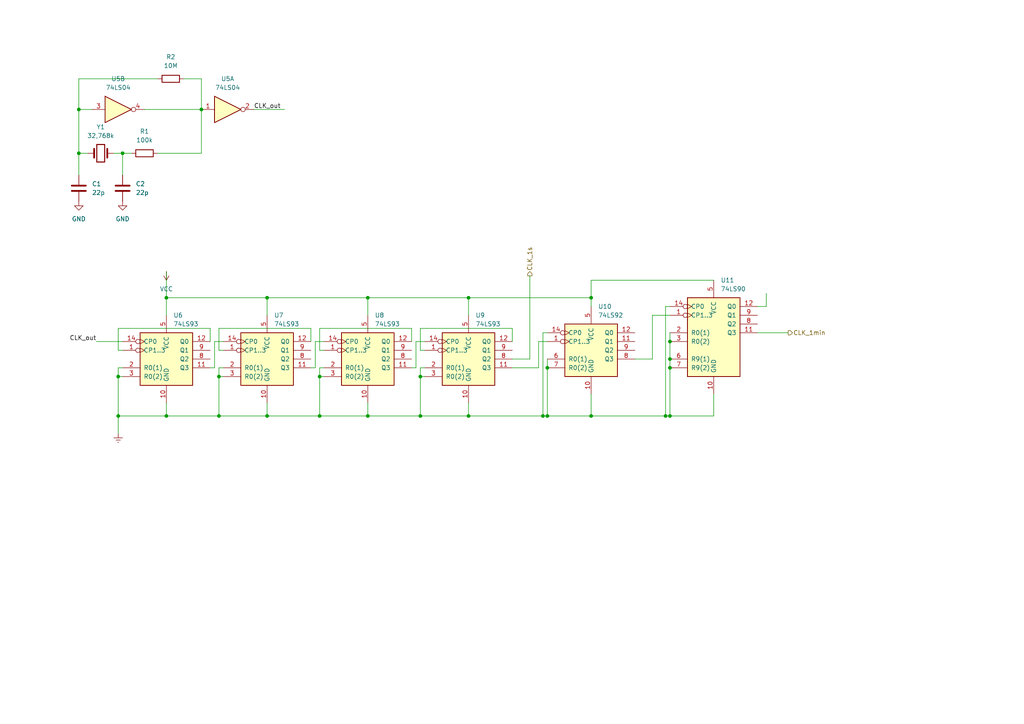
<source format=kicad_sch>
(kicad_sch (version 20211123) (generator eeschema)
  (paper "A4")
  (lib_symbols
    (symbol "74xx:74LS04"
      (property "Reference" "U" (at 0 1.27 0))
      (property "Value" "74LS04" (at 0 -1.27 0))
      (symbol "74LS04_1_0"
        (polyline (pts (xy -3.81 3.81) (xy -3.81 -3.81) (xy 3.81 0) (xy -3.81 3.81)) (stroke (width 0.254)) (fill (type background)))
        (pin input line (at -7.62 0 0) (length 3.81) (name "~") (number "1"))
        (pin output inverted (at 7.62 0 180) (length 3.81) (name "~") (number "2"))
      )
      (symbol "74LS04_2_0"
        (polyline (pts (xy -3.81 3.81) (xy -3.81 -3.81) (xy 3.81 0) (xy -3.81 3.81)) (stroke (width 0.254)) (fill (type background)))
        (pin input line (at -7.62 0 0) (length 3.81) (name "~") (number "3"))
        (pin output inverted (at 7.62 0 180) (length 3.81) (name "~") (number "4"))
      )
      (symbol "74LS04_3_0"
        (polyline (pts (xy -3.81 3.81) (xy -3.81 -3.81) (xy 3.81 0) (xy -3.81 3.81)) (stroke (width 0.254)) (fill (type background)))
        (pin input line (at -7.62 0 0) (length 3.81) (name "~") (number "5"))
        (pin output inverted (at 7.62 0 180) (length 3.81) (name "~") (number "6"))
      )
      (symbol "74LS04_4_0"
        (polyline (pts (xy -3.81 3.81) (xy -3.81 -3.81) (xy 3.81 0) (xy -3.81 3.81)) (stroke (width 0.254)) (fill (type background)))
        (pin output inverted (at 7.62 0 180) (length 3.81) (name "~") (number "8"))
        (pin input line (at -7.62 0 0) (length 3.81) (name "~") (number "9"))
      )
      (symbol "74LS04_5_0"
        (polyline (pts (xy -3.81 3.81) (xy -3.81 -3.81) (xy 3.81 0) (xy -3.81 3.81)) (stroke (width 0.254)) (fill (type background)))
        (pin output inverted (at 7.62 0 180) (length 3.81) (name "~") (number "10"))
        (pin input line (at -7.62 0 0) (length 3.81) (name "~") (number "11"))
      )
      (symbol "74LS04_6_0"
        (polyline (pts (xy -3.81 3.81) (xy -3.81 -3.81) (xy 3.81 0) (xy -3.81 3.81)) (stroke (width 0.254)) (fill (type background)))
        (pin output inverted (at 7.62 0 180) (length 3.81) (name "~") (number "12"))
        (pin input line (at -7.62 0 0) (length 3.81) (name "~") (number "13"))
      )
      (symbol "74LS04_7_0"
        (pin power_in line (at 0 12.7 270) (length 5.08) (name "VCC") (number "14"))
        (pin power_in line (at 0 -12.7 90) (length 5.08) (name "GND") (number "7"))
      )
      (symbol "74LS04_7_1"
        (rectangle (start -5.08 7.62) (end 5.08 -7.62) (stroke (width 0.254)) (fill (type background)))
      )
    )
    (symbol "74xx:74LS90" (pin_names (offset 1.016))
      (property "Reference" "U" (at -7.62 11.43 0))
      (property "Value" "74LS90" (at -7.62 -13.97 0))
      (symbol "74LS90_1_0"
        (pin input inverted_clock (at -12.7 5.08 0) (length 5.08) (name "CP1..3") (number "1"))
        (pin power_in line (at 0 -17.78 90) (length 5.08) (name "GND") (number "10"))
        (pin output line (at 12.7 0 180) (length 5.08) (name "Q3") (number "11"))
        (pin output line (at 12.7 7.62 180) (length 5.08) (name "Q0") (number "12"))
        (pin input inverted_clock (at -12.7 7.62 0) (length 5.08) (name "CP0") (number "14"))
        (pin input line (at -12.7 0 0) (length 5.08) (name "R0(1)") (number "2"))
        (pin input line (at -12.7 -2.54 0) (length 5.08) (name "R0(2)") (number "3"))
        (pin power_in line (at 0 15.24 270) (length 5.08) (name "VCC") (number "5"))
        (pin input line (at -12.7 -7.62 0) (length 5.08) (name "R9(1)") (number "6"))
        (pin input line (at -12.7 -10.16 0) (length 5.08) (name "R9(2)") (number "7"))
        (pin output line (at 12.7 2.54 180) (length 5.08) (name "Q2") (number "8"))
        (pin output line (at 12.7 5.08 180) (length 5.08) (name "Q1") (number "9"))
      )
      (symbol "74LS90_1_1"
        (rectangle (start -7.62 10.16) (end 7.62 -12.7) (stroke (width 0.254)) (fill (type background)))
      )
    )
    (symbol "74xx:74LS92" (pin_names (offset 1.016))
      (property "Reference" "U" (at -7.62 8.89 0))
      (property "Value" "74LS92" (at -7.62 -8.89 0))
      (symbol "74LS92_1_0"
        (pin input inverted_clock (at -12.7 2.54 0) (length 5.08) (name "CP1..3") (number "1"))
        (pin power_in line (at 0 -12.7 90) (length 5.08) (name "GND") (number "10"))
        (pin output line (at 12.7 2.54 180) (length 5.08) (name "Q1") (number "11"))
        (pin output line (at 12.7 5.08 180) (length 5.08) (name "Q0") (number "12"))
        (pin input inverted_clock (at -12.7 5.08 0) (length 5.08) (name "CP0") (number "14"))
        (pin power_in line (at 0 12.7 270) (length 5.08) (name "VCC") (number "5"))
        (pin input line (at -12.7 -2.54 0) (length 5.08) (name "R0(1)") (number "6"))
        (pin input line (at -12.7 -5.08 0) (length 5.08) (name "R0(2)") (number "7"))
        (pin output line (at 12.7 -2.54 180) (length 5.08) (name "Q3") (number "8"))
        (pin output line (at 12.7 0 180) (length 5.08) (name "Q2") (number "9"))
      )
      (symbol "74LS92_1_1"
        (rectangle (start -7.62 7.62) (end 7.62 -7.62) (stroke (width 0.254)) (fill (type background)))
      )
    )
    (symbol "74xx:74LS93" (pin_names (offset 1.016))
      (property "Reference" "U" (at -7.62 8.89 0))
      (property "Value" "74LS93" (at -7.62 -8.89 0))
      (symbol "74LS93_1_0"
        (pin input inverted_clock (at -12.7 2.54 0) (length 5.08) (name "CP1..3") (number "1"))
        (pin power_in line (at 0 -12.7 90) (length 5.08) (name "GND") (number "10"))
        (pin output line (at 12.7 -2.54 180) (length 5.08) (name "Q3") (number "11"))
        (pin output line (at 12.7 5.08 180) (length 5.08) (name "Q0") (number "12"))
        (pin input inverted_clock (at -12.7 5.08 0) (length 5.08) (name "CP0") (number "14"))
        (pin input line (at -12.7 -2.54 0) (length 5.08) (name "R0(1)") (number "2"))
        (pin input line (at -12.7 -5.08 0) (length 5.08) (name "R0(2)") (number "3"))
        (pin power_in line (at 0 12.7 270) (length 5.08) (name "VCC") (number "5"))
        (pin output line (at 12.7 0 180) (length 5.08) (name "Q2") (number "8"))
        (pin output line (at 12.7 2.54 180) (length 5.08) (name "Q1") (number "9"))
      )
      (symbol "74LS93_1_1"
        (rectangle (start -7.62 7.62) (end 7.62 -7.62) (stroke (width 0.254)) (fill (type background)))
      )
    )
    (symbol "Device:C" (pin_numbers hide) (pin_names (offset 0.254))
      (property "Reference" "C" (at 0.635 2.54 0))
      (property "Value" "C" (at 0.635 -2.54 0))
      (symbol "C_0_1"
        (polyline (pts (xy -2.032 -0.762) (xy 2.032 -0.762)) (stroke (width 0.508)))
        (polyline (pts (xy -2.032 0.762) (xy 2.032 0.762)) (stroke (width 0.508)))
      )
      (symbol "C_1_1"
        (pin passive line (at 0 3.81 270) (length 2.794) (name "~") (number "1"))
        (pin passive line (at 0 -3.81 90) (length 2.794) (name "~") (number "2"))
      )
    )
    (symbol "Device:Crystal" (pin_numbers hide) (pin_names (offset 1.016) hide)
      (property "Reference" "Y" (at 0 3.81 0))
      (property "Value" "Crystal" (at 0 -3.81 0))
      (symbol "Crystal_0_1"
        (rectangle (start -1.143 2.54) (end 1.143 -2.54) (stroke (width 0.3048)))
        (polyline (pts (xy -2.54 0) (xy -1.905 0)))
        (polyline (pts (xy -1.905 -1.27) (xy -1.905 1.27)) (stroke (width 0.508)))
        (polyline (pts (xy 1.905 -1.27) (xy 1.905 1.27)) (stroke (width 0.508)))
        (polyline (pts (xy 2.54 0) (xy 1.905 0)))
      )
      (symbol "Crystal_1_1"
        (pin passive line (at -3.81 0 0) (length 1.27) (name "1") (number "1"))
        (pin passive line (at 3.81 0 180) (length 1.27) (name "2") (number "2"))
      )
    )
    (symbol "Device:R" (pin_numbers hide) (pin_names (offset 0))
      (property "Reference" "R" (at 2.032 0 90))
      (property "Value" "R" (at 0 0 90))
      (symbol "R_0_1"
        (rectangle (start -1.016 -2.54) (end 1.016 2.54) (stroke (width 0.254)))
      )
      (symbol "R_1_1"
        (pin passive line (at 0 3.81 270) (length 1.27) (name "~") (number "1"))
        (pin passive line (at 0 -3.81 90) (length 1.27) (name "~") (number "2"))
      )
    )
    (symbol "power:Earth" (power) (pin_names (offset 0))
      (symbol "Earth_0_1"
        (polyline (pts (xy -0.635 -1.905) (xy 0.635 -1.905)))
        (polyline (pts (xy -0.127 -2.54) (xy 0.127 -2.54)))
        (polyline (pts (xy 0 -1.27) (xy 0 0)))
        (polyline (pts (xy 1.27 -1.27) (xy -1.27 -1.27)))
      )
      (symbol "Earth_1_1"
        (pin power_in line (at 0 0 270) (length 0) hide (name "Earth") (number "1"))
      )
    )
    (symbol "power:GND" (power) (pin_names (offset 0))
      (property "Value" "GND" (at 0 -3.81 0))
      (symbol "GND_0_1"
        (polyline (pts (xy 0 0) (xy 0 -1.27) (xy 1.27 -1.27) (xy 0 -2.54) (xy -1.27 -1.27) (xy 0 -1.27)))
      )
      (symbol "GND_1_1"
        (pin power_in line (at 0 0 270) (length 0) hide (name "GND") (number "1"))
      )
    )
    (symbol "power:VCC" (power) (pin_names (offset 0))
      (property "Value" "VCC" (at 0 3.81 0))
      (symbol "VCC_0_1"
        (polyline (pts (xy -0.762 1.27) (xy 0 2.54)))
        (polyline (pts (xy 0 0) (xy 0 2.54)))
        (polyline (pts (xy 0 2.54) (xy 0.762 1.27)))
      )
      (symbol "VCC_1_1"
        (pin power_in line (at 0 0 90) (length 0) hide (name "VCC") (number "1"))
      )
    )
  )
  (junction (at 106.68 86.36))
  (junction (at 63.5 109.22))
  (junction (at 22.86 44.45))
  (junction (at 34.29 109.22))
  (junction (at 158.75 106.68))
  (junction (at 77.47 120.65))
  (junction (at 48.26 120.65))
  (junction (at 35.56 44.45))
  (junction (at 193.04 120.65))
  (junction (at 194.31 106.68))
  (junction (at 158.75 120.65))
  (junction (at 92.71 120.65))
  (junction (at 135.89 120.65))
  (junction (at 157.48 120.65))
  (junction (at 171.45 86.36))
  (junction (at 121.92 120.65))
  (junction (at 106.68 120.65))
  (junction (at 121.92 109.22))
  (junction (at 48.26 86.36))
  (junction (at 135.89 86.36))
  (junction (at 92.71 109.22))
  (junction (at 34.29 120.65))
  (junction (at 194.31 99.06))
  (junction (at 58.42 31.75))
  (junction (at 194.31 104.14))
  (junction (at 63.5 120.65))
  (junction (at 22.86 31.75))
  (junction (at 77.47 86.36))
  (junction (at 171.45 120.65))
  (junction (at 194.31 120.65))
  (wire (pts (xy 121.92 101.6) (xy 123.19 101.6)))
  (wire (pts (xy 121.92 120.65) (xy 135.89 120.65)))
  (wire (pts (xy 41.91 31.75) (xy 58.42 31.75)))
  (wire (pts (xy 34.29 106.68) (xy 34.29 109.22)))
  (wire (pts (xy 63.5 101.6) (xy 64.77 101.6)))
  (wire (pts (xy 92.71 106.68) (xy 92.71 109.22)))
  (wire (pts (xy 45.72 44.45) (xy 58.42 44.45)))
  (wire (pts (xy 153.67 80.01) (xy 153.67 104.14)))
  (wire (pts (xy 93.98 109.22) (xy 92.71 109.22)))
  (wire (pts (xy 158.75 104.14) (xy 158.75 106.68)))
  (wire (pts (xy 106.68 116.84) (xy 106.68 120.65)))
  (wire (pts (xy 90.17 99.06) (xy 90.17 95.25)))
  (wire (pts (xy 194.31 106.68) (xy 194.31 120.65)))
  (wire (pts (xy 106.68 91.44) (xy 106.68 86.36)))
  (wire (pts (xy 91.44 106.68) (xy 91.44 99.06)))
  (wire (pts (xy 92.71 120.65) (xy 77.47 120.65)))
  (wire (pts (xy 48.26 116.84) (xy 48.26 120.65)))
  (wire (pts (xy 158.75 106.68) (xy 158.75 120.65)))
  (wire (pts (xy 119.38 99.06) (xy 119.38 95.25)))
  (wire (pts (xy 34.29 125.73) (xy 34.29 120.65)))
  (wire (pts (xy 62.23 106.68) (xy 62.23 99.06)))
  (wire (pts (xy 121.92 109.22) (xy 121.92 120.65)))
  (wire (pts (xy 64.77 106.68) (xy 63.5 106.68)))
  (wire (pts (xy 171.45 120.65) (xy 193.04 120.65)))
  (wire (pts (xy 207.01 114.3) (xy 207.01 120.65)))
  (wire (pts (xy 171.45 86.36) (xy 135.89 86.36)))
  (wire (pts (xy 171.45 114.3) (xy 171.45 120.65)))
  (wire (pts (xy 135.89 86.36) (xy 106.68 86.36)))
  (wire (pts (xy 35.56 109.22) (xy 34.29 109.22)))
  (wire (pts (xy 119.38 106.68) (xy 120.65 106.68)))
  (wire (pts (xy 35.56 44.45) (xy 35.56 50.8)))
  (wire (pts (xy 34.29 101.6) (xy 35.56 101.6)))
  (wire (pts (xy 171.45 81.28) (xy 171.45 86.36)))
  (wire (pts (xy 48.26 78.74) (xy 48.26 86.36)))
  (wire (pts (xy 222.25 88.9) (xy 222.25 85.09)))
  (wire (pts (xy 35.56 106.68) (xy 34.29 106.68)))
  (wire (pts (xy 63.5 106.68) (xy 63.5 109.22)))
  (wire (pts (xy 135.89 120.65) (xy 157.48 120.65)))
  (wire (pts (xy 148.59 95.25) (xy 121.92 95.25)))
  (wire (pts (xy 90.17 95.25) (xy 63.5 95.25)))
  (wire (pts (xy 171.45 88.9) (xy 171.45 86.36)))
  (wire (pts (xy 106.68 86.36) (xy 77.47 86.36)))
  (wire (pts (xy 92.71 95.25) (xy 92.71 101.6)))
  (wire (pts (xy 33.02 44.45) (xy 35.56 44.45)))
  (wire (pts (xy 48.26 120.65) (xy 63.5 120.65)))
  (wire (pts (xy 219.71 88.9) (xy 222.25 88.9)))
  (wire (pts (xy 58.42 31.75) (xy 58.42 44.45)))
  (wire (pts (xy 92.71 109.22) (xy 92.71 120.65)))
  (wire (pts (xy 148.59 104.14) (xy 153.67 104.14)))
  (wire (pts (xy 121.92 95.25) (xy 121.92 101.6)))
  (wire (pts (xy 135.89 116.84) (xy 135.89 120.65)))
  (wire (pts (xy 34.29 95.25) (xy 60.96 95.25)))
  (wire (pts (xy 91.44 99.06) (xy 93.98 99.06)))
  (wire (pts (xy 148.59 106.68) (xy 156.21 106.68)))
  (wire (pts (xy 156.21 106.68) (xy 156.21 99.06)))
  (wire (pts (xy 219.71 96.52) (xy 228.6 96.52)))
  (wire (pts (xy 77.47 86.36) (xy 77.47 91.44)))
  (wire (pts (xy 121.92 120.65) (xy 106.68 120.65)))
  (wire (pts (xy 63.5 109.22) (xy 63.5 120.65)))
  (wire (pts (xy 119.38 95.25) (xy 92.71 95.25)))
  (wire (pts (xy 194.31 99.06) (xy 194.31 104.14)))
  (wire (pts (xy 193.04 88.9) (xy 193.04 120.65)))
  (wire (pts (xy 121.92 106.68) (xy 121.92 109.22)))
  (wire (pts (xy 148.59 99.06) (xy 148.59 95.25)))
  (wire (pts (xy 35.56 44.45) (xy 38.1 44.45)))
  (wire (pts (xy 157.48 96.52) (xy 158.75 96.52)))
  (wire (pts (xy 77.47 116.84) (xy 77.47 120.65)))
  (wire (pts (xy 22.86 44.45) (xy 22.86 31.75)))
  (wire (pts (xy 53.34 22.86) (xy 58.42 22.86)))
  (wire (pts (xy 184.15 104.14) (xy 189.23 104.14)))
  (wire (pts (xy 22.86 31.75) (xy 26.67 31.75)))
  (wire (pts (xy 194.31 96.52) (xy 194.31 99.06)))
  (wire (pts (xy 22.86 44.45) (xy 25.4 44.45)))
  (wire (pts (xy 60.96 106.68) (xy 62.23 106.68)))
  (wire (pts (xy 22.86 22.86) (xy 45.72 22.86)))
  (wire (pts (xy 73.66 31.75) (xy 82.55 31.75)))
  (wire (pts (xy 34.29 120.65) (xy 48.26 120.65)))
  (wire (pts (xy 92.71 120.65) (xy 106.68 120.65)))
  (wire (pts (xy 60.96 95.25) (xy 60.96 99.06)))
  (wire (pts (xy 63.5 95.25) (xy 63.5 101.6)))
  (wire (pts (xy 156.21 99.06) (xy 158.75 99.06)))
  (wire (pts (xy 58.42 22.86) (xy 58.42 31.75)))
  (wire (pts (xy 194.31 104.14) (xy 194.31 106.68)))
  (wire (pts (xy 90.17 106.68) (xy 91.44 106.68)))
  (wire (pts (xy 194.31 120.65) (xy 207.01 120.65)))
  (wire (pts (xy 193.04 120.65) (xy 194.31 120.65)))
  (wire (pts (xy 92.71 101.6) (xy 93.98 101.6)))
  (wire (pts (xy 189.23 91.44) (xy 189.23 104.14)))
  (wire (pts (xy 27.94 99.06) (xy 35.56 99.06)))
  (wire (pts (xy 64.77 109.22) (xy 63.5 109.22)))
  (wire (pts (xy 48.26 91.44) (xy 48.26 86.36)))
  (wire (pts (xy 207.01 81.28) (xy 171.45 81.28)))
  (wire (pts (xy 22.86 31.75) (xy 22.86 22.86)))
  (wire (pts (xy 120.65 99.06) (xy 123.19 99.06)))
  (wire (pts (xy 189.23 91.44) (xy 194.31 91.44)))
  (wire (pts (xy 63.5 120.65) (xy 77.47 120.65)))
  (wire (pts (xy 34.29 95.25) (xy 34.29 101.6)))
  (wire (pts (xy 123.19 106.68) (xy 121.92 106.68)))
  (wire (pts (xy 194.31 88.9) (xy 193.04 88.9)))
  (wire (pts (xy 48.26 86.36) (xy 77.47 86.36)))
  (wire (pts (xy 157.48 96.52) (xy 157.48 120.65)))
  (wire (pts (xy 120.65 106.68) (xy 120.65 99.06)))
  (wire (pts (xy 93.98 106.68) (xy 92.71 106.68)))
  (wire (pts (xy 62.23 99.06) (xy 64.77 99.06)))
  (wire (pts (xy 158.75 120.65) (xy 171.45 120.65)))
  (wire (pts (xy 157.48 120.65) (xy 158.75 120.65)))
  (wire (pts (xy 22.86 50.8) (xy 22.86 44.45)))
  (wire (pts (xy 34.29 109.22) (xy 34.29 120.65)))
  (wire (pts (xy 135.89 91.44) (xy 135.89 86.36)))
  (wire (pts (xy 123.19 109.22) (xy 121.92 109.22)))
  (label "CLK_out" (at 27.94 99.06 180))
  (label "CLK_out" (at 73.66 31.75 0))
  (hierarchical_label "CLK_1s" (shape output) (at 153.67 80.01 90))
  (hierarchical_label "CLK_1min" (shape output) (at 228.6 96.52 0))
  (symbol (lib_id "Device:C") (at 22.86 54.61 0) (unit 1)
    (property "Reference" "C1" (at 26.67 53.3399 0) (effects (justify left)))
    (property "Value" "22p" (at 26.67 55.8799 0) (effects (justify left)))
    (property "Footprint" "Capacitor_SMD:CP_Elec_3x5.3" (effects hide))
  )
  (symbol (lib_id "74xx:74LS93") (at 135.89 104.14 0) (unit 1)
    (property "Reference" "U9" (at 137.9094 91.44 0) (effects (justify left)))
    (property "Value" "74LS93" (at 137.9094 93.98 0) (effects (justify left)))
    (property "Datasheet" "http://www.ti.com/lit/gpn/sn74LS93" (effects hide))
  )
  (symbol (lib_id "74xx:74LS93") (at 106.68 104.14 0) (unit 1)
    (property "Reference" "U8" (at 108.6994 91.44 0) (effects (justify left)))
    (property "Value" "74LS93" (at 108.6994 93.98 0) (effects (justify left)))
    (property "Datasheet" "http://www.ti.com/lit/gpn/sn74LS93" (effects hide))
  )
  (symbol (lib_id "74xx:74LS90") (at 207.01 96.52 0) (unit 1)
    (property "Reference" "U11" (at 209.0294 81.28 0) (effects (justify left)))
    (property "Value" "74LS90" (at 209.0294 83.82 0) (effects (justify left)))
    (property "Footprint" "TTL:SN74LS90N" (effects hide))
    (property "Datasheet" "http://www.ti.com/lit/gpn/sn74LS90" (effects hide))
  )
  (symbol (lib_id "74xx:74LS93") (at 48.26 104.14 0) (unit 1)
    (property "Reference" "U6" (at 50.2794 91.44 0) (effects (justify left)))
    (property "Value" "74LS93" (at 50.2794 93.98 0) (effects (justify left)))
    (property "Datasheet" "http://www.ti.com/lit/gpn/sn74LS93" (effects hide))
  )
  (symbol (lib_id "Device:C") (at 35.56 54.61 0) (unit 1)
    (property "Reference" "C2" (at 39.37 53.3399 0) (effects (justify left)))
    (property "Value" "22p" (at 39.37 55.8799 0) (effects (justify left)))
    (property "Footprint" "Capacitor_SMD:CP_Elec_3x5.3" (effects hide))
  )
  (symbol (lib_id "power:GND") (at 22.86 58.42 0) (unit 1)
    (property "Reference" "#PWR06" (effects hide))
    (property "Value" "GND" (at 22.86 63.5 0))
  )
  (symbol (lib_id "74xx:74LS04") (at 66.04 31.75 0) (unit 1)
    (property "Reference" "U5" (at 66.04 22.86 0))
    (property "Value" "74LS04" (at 66.04 25.4 0))
    (property "Datasheet" "http://www.ti.com/lit/gpn/sn74LS04" (effects hide))
  )
  (symbol (lib_id "power:VCC") (at 48.26 78.74 180) (unit 1)
    (property "Reference" "#PWR09" (effects hide))
    (property "Value" "VCC" (at 48.26 83.82 0))
  )
  (symbol (lib_id "74xx:74LS92") (at 171.45 101.6 0) (unit 1)
    (property "Reference" "U10" (at 173.4694 88.9 0) (effects (justify left)))
    (property "Value" "74LS92" (at 173.4694 91.44 0) (effects (justify left)))
    (property "Datasheet" "http://www.ti.com/lit/gpn/sn74LS92" (effects hide))
  )
  (symbol (lib_id "power:Earth") (at 34.29 125.73 0) (unit 1)
    (property "Reference" "#PWR07" (effects hide))
    (property "Value" "Earth" (effects hide))
  )
  (symbol (lib_id "Device:Crystal") (at 29.21 44.45 0) (unit 1)
    (property "Reference" "Y1" (at 29.21 36.83 0))
    (property "Value" "32,768k" (at 29.21 39.37 0))
  )
  (symbol (lib_id "Device:R") (at 49.53 22.86 90) (unit 1)
    (property "Reference" "R2" (at 49.53 16.51 90))
    (property "Value" "10M" (at 49.53 19.05 90))
    (property "Footprint" "Resistor_SMD:R_0402_1005Metric" (effects hide))
  )
  (symbol (lib_id "74xx:74LS04") (at 34.29 31.75 0) (unit 2)
    (property "Reference" "U5" (at 34.29 22.86 0))
    (property "Value" "74LS04" (at 34.29 25.4 0))
    (property "Datasheet" "http://www.ti.com/lit/gpn/sn74LS04" (effects hide))
  )
  (symbol (lib_id "Device:R") (at 41.91 44.45 90) (unit 1)
    (property "Reference" "R1" (at 41.91 38.1 90))
    (property "Value" "100k" (at 41.91 40.64 90))
    (property "Footprint" "Resistor_SMD:R_0402_1005Metric" (effects hide))
  )
  (symbol (lib_id "power:GND") (at 35.56 58.42 0) (unit 1)
    (property "Reference" "#PWR08" (effects hide))
    (property "Value" "GND" (at 35.56 63.5 0))
  )
  (symbol (lib_id "74xx:74LS93") (at 77.47 104.14 0) (unit 1)
    (property "Reference" "U7" (at 79.4894 91.44 0) (effects (justify left)))
    (property "Value" "74LS93" (at 79.4894 93.98 0) (effects (justify left)))
    (property "Datasheet" "http://www.ti.com/lit/gpn/sn74LS93" (effects hide))
  )
)
</source>
